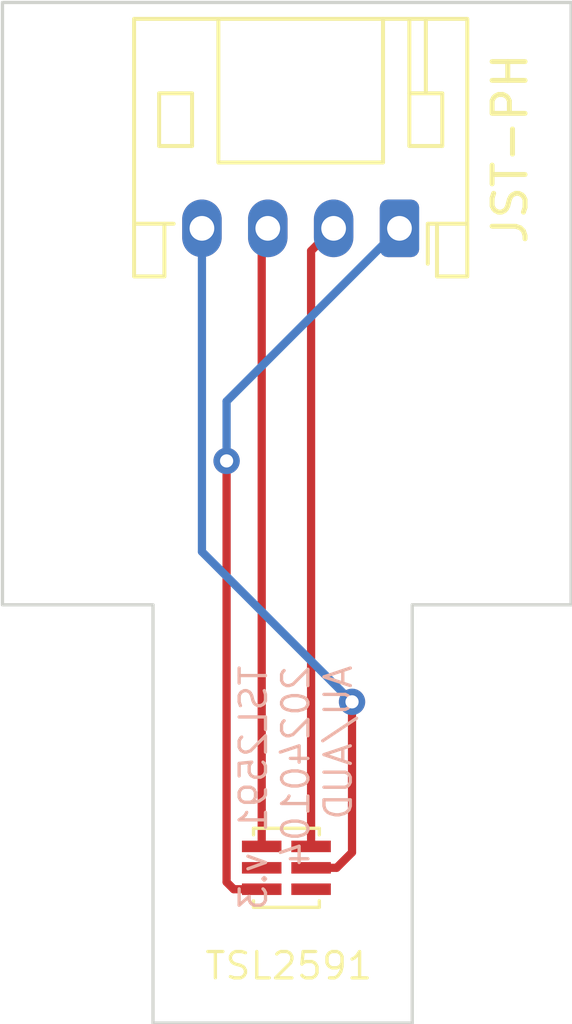
<source format=kicad_pcb>
(kicad_pcb (version 20221018) (generator pcbnew)
  (title_block (title "TSL2591") (date "2023-07-17") (rev "2") (company "AU/AUD"))
  (layers (0 "F.Cu" signal) (31 "B.Cu" signal) (34 "B.Paste" user) (35 "F.Paste" user) (36 "B.SilkS" user "B.Silkscreen") (37 "F.SilkS" user "F.Silkscreen") (38 "B.Mask" user) (39 "F.Mask" user) (44 "Edge.Cuts" user))
  (net 0 "")
  (net 2 "/SCL")
  (net 4 "/GND")
  (net 5 "/VDD")
  (net 6 "/SDA")
  (footprint "projectlib:TSL25911FN" (layer "F.Cu") (at 151.88 97.14)
    (fp_text reference "IC1" hide)
    (fp_text value "TSL25911FN" hide)
    (fp_line (start -1 -1.2) (end 1 -1.2) (stroke (width 0.1)) (layer "F.SilkS"))
    (fp_line (start -1 -1) (end -1 -1.2) (stroke (width 0.1)) (layer "F.SilkS"))
    (fp_line (start -1 1) (end -1 1.2) (stroke (width 0.1)) (layer "F.SilkS"))
    (fp_line (start -1 1.2) (end 1 1.2) (stroke (width 0.1)) (layer "F.SilkS"))
    (fp_line (start 1 -1.2) (end 1 -1) (stroke (width 0.1)) (layer "F.SilkS"))
    (fp_line (start 1 1.2) (end 1 1) (stroke (width 0.1)) (layer "F.SilkS"))
    (pad "1" smd rect (at -0.75 -0.65 90) (size 0.35 1.2) (layers "F.Cu" "F.Paste" "F.Mask") (net 2 "/SCL"))
    (pad "2" smd rect (at -0.75 0 90) (size 0.35 1.2) (layers "F.Cu" "F.Paste" "F.Mask"))
    (pad "3" smd rect (at -0.75 0.65 90) (size 0.35 1.2) (layers "F.Cu" "F.Paste" "F.Mask") (net 4 "/GND"))
    (pad "4" smd rect (at 0.75 0.65 90) (size 0.35 1.2) (layers "F.Cu" "F.Paste" "F.Mask"))
    (pad "5" smd rect (at 0.75 0 90) (size 0.35 1.2) (layers "F.Cu" "F.Paste" "F.Mask") (net 5 "/VDD"))
    (pad "6" smd rect (at 0.75 -0.65 90) (size 0.35 1.2) (layers "F.Cu" "F.Paste" "F.Mask") (net 6 "/SDA"))
  )
  (footprint "Connector_JST:JST_PH_S4B-PH-K_1x04_P2.00mm_Horizontal" (layer "F.Cu") (at 155.3144 77.724 180)
    (fp_text reference "J1" hide)
    (fp_text value "Conn_01x04" hide)
    (fp_line (start -2.06 -1.46) (end -2.06 6.36) (stroke (width 0.12)) (layer "F.SilkS"))
    (fp_line (start -2.06 0.14) (end -1.14 0.14) (stroke (width 0.12)) (layer "F.SilkS"))
    (fp_line (start -2.06 6.36) (end 8.06 6.36) (stroke (width 0.12)) (layer "F.SilkS"))
    (fp_line (start -1.3 2.5) (end -1.3 4.1) (stroke (width 0.12)) (layer "F.SilkS"))
    (fp_line (start -1.3 4.1) (end -0.3 4.1) (stroke (width 0.12)) (layer "F.SilkS"))
    (fp_line (start -1.14 -1.46) (end -2.06 -1.46) (stroke (width 0.12)) (layer "F.SilkS"))
    (fp_line (start -1.14 0.14) (end -1.14 -1.46) (stroke (width 0.12)) (layer "F.SilkS"))
    (fp_line (start -0.86 0.14) (end -1.14 0.14) (stroke (width 0.12)) (layer "F.SilkS"))
    (fp_line (start -0.86 0.14) (end -0.86 -1.075) (stroke (width 0.12)) (layer "F.SilkS"))
    (fp_line (start -0.8 4.1) (end -0.8 6.36) (stroke (width 0.12)) (layer "F.SilkS"))
    (fp_line (start -0.3 2.5) (end -1.3 2.5) (stroke (width 0.12)) (layer "F.SilkS"))
    (fp_line (start -0.3 4.1) (end -0.3 2.5) (stroke (width 0.12)) (layer "F.SilkS"))
    (fp_line (start -0.3 4.1) (end -0.3 6.36) (stroke (width 0.12)) (layer "F.SilkS"))
    (fp_line (start 0.5 2) (end 5.5 2) (stroke (width 0.12)) (layer "F.SilkS"))
    (fp_line (start 0.5 6.36) (end 0.5 2) (stroke (width 0.12)) (layer "F.SilkS"))
    (fp_line (start 5.5 2) (end 5.5 6.36) (stroke (width 0.12)) (layer "F.SilkS"))
    (fp_line (start 6.3 2.5) (end 7.3 2.5) (stroke (width 0.12)) (layer "F.SilkS"))
    (fp_line (start 6.3 4.1) (end 6.3 2.5) (stroke (width 0.12)) (layer "F.SilkS"))
    (fp_line (start 7.14 -1.46) (end 7.14 0.14) (stroke (width 0.12)) (layer "F.SilkS"))
    (fp_line (start 7.14 0.14) (end 6.86 0.14) (stroke (width 0.12)) (layer "F.SilkS"))
    (fp_line (start 7.3 2.5) (end 7.3 4.1) (stroke (width 0.12)) (layer "F.SilkS"))
    (fp_line (start 7.3 4.1) (end 6.3 4.1) (stroke (width 0.12)) (layer "F.SilkS"))
    (fp_line (start 8.06 -1.46) (end 7.14 -1.46) (stroke (width 0.12)) (layer "F.SilkS"))
    (fp_line (start 8.06 0.14) (end 7.14 0.14) (stroke (width 0.12)) (layer "F.SilkS"))
    (fp_line (start 8.06 6.36) (end 8.06 -1.46) (stroke (width 0.12)) (layer "F.SilkS"))
    (pad "1" thru_hole roundrect (at 0 0 180) (size 1.2 1.75) (drill 0.75) (layers "*.Cu" "*.Mask") (roundrect_rratio 0.2083333333) (net 4 "/GND"))
    (pad "2" thru_hole oval (at 2 0 180) (size 1.2 1.75) (drill 0.75) (layers "*.Cu" "*.Mask") (net 6 "/SDA"))
    (pad "3" thru_hole oval (at 4 0 180) (size 1.2 1.75) (drill 0.75) (layers "*.Cu" "*.Mask") (net 2 "/SCL"))
    (pad "4" thru_hole oval (at 6 0 180) (size 1.2 1.75) (drill 0.75) (layers "*.Cu" "*.Mask") (net 5 "/VDD"))
  )
  (gr_line (start 147.828 101.854) (end 147.828 89.154) (stroke (width 0.1)) (layer "Edge.Cuts"))
  (gr_line (start 160.528 89.154) (end 155.702 89.154) (stroke (width 0.1)) (layer "Edge.Cuts"))
  (gr_line (start 143.256 70.866) (end 160.528 70.866) (stroke (width 0.1)) (layer "Edge.Cuts"))
  (gr_line (start 155.702 89.154) (end 155.702 101.854) (stroke (width 0.1)) (layer "Edge.Cuts"))
  (gr_line (start 143.256 89.154) (end 143.256 70.866) (stroke (width 0.1)) (layer "Edge.Cuts"))
  (gr_line (start 160.528 70.866) (end 160.528 89.154) (stroke (width 0.1)) (layer "Edge.Cuts"))
  (gr_line (start 147.828 89.154) (end 143.256 89.154) (stroke (width 0.1)) (layer "Edge.Cuts"))
  (gr_line (start 155.702 101.854) (end 147.828 101.854) (stroke (width 0.1)) (layer "Edge.Cuts"))
  (gr_text "TSL2591 v.3\n20240104\nAU/AUD" (at 153.924 90.932 90) (layer "B.SilkS") (effects (font (size 0.8 0.8) (thickness 0.1) bold) (justify left bottom mirror)))
  (gr_text "TSL2591" (at 149.352 100.584) (layer "F.SilkS") (effects (font (size 0.8 0.8) (thickness 0.1)) (justify left bottom)))
  (gr_text "JST-PH" (at 159.258 78.2828 90) (layer "F.SilkS") (effects (font (size 1 1)) (justify left bottom)))
  (segment (start 151.13 96.49) (end 151.13 77.9084) (width 0.25) (layer "F.Cu") (net 2))
  (segment (start 151.13 77.9084) (end 151.3144 77.724) (width 0.25) (layer "F.Cu") (net 2))
  (segment (start 151.13 97.79) (end 150.28 97.79) (width 0.25) (layer "F.Cu") (net 4))
  (segment (start 150.28 97.79) (end 150.0632 97.5732) (width 0.25) (layer "F.Cu") (net 4))
  (segment (start 150.0632 97.5732) (end 150.0632 84.7852) (width 0.25) (layer "F.Cu") (net 4))
  (via (at 150.0632 84.7852) (size 0.8) (drill 0.4) (layers "F.Cu" "B.Cu") (net 4))
  (segment (start 150.0632 82.9752) (end 155.3144 77.724) (width 0.25) (layer "B.Cu") (net 4))
  (segment (start 150.0632 84.7852) (end 150.0632 82.9752) (width 0.25) (layer "B.Cu") (net 4))
  (segment (start 152.63 97.14) (end 153.405 97.14) (width 0.25) (layer "F.Cu") (net 5))
  (segment (start 153.405 97.14) (end 153.8732 96.6718) (width 0.25) (layer "F.Cu") (net 5))
  (segment (start 153.8732 96.6718) (end 153.8732 92.1004) (width 0.25) (layer "F.Cu") (net 5))
  (via (at 153.8732 92.1004) (size 0.8) (drill 0.4) (layers "F.Cu" "B.Cu") (net 5))
  (segment (start 149.3144 87.5416) (end 149.3144 77.724) (width 0.25) (layer "B.Cu") (net 5))
  (segment (start 153.8732 92.1004) (end 149.3144 87.5416) (width 0.25) (layer "B.Cu") (net 5))
  (segment (start 152.63 78.4084) (end 153.3144 77.724) (width 0.25) (layer "F.Cu") (net 6))
  (segment (start 152.63 96.49) (end 152.63 78.4084) (width 0.25) (layer "F.Cu") (net 6))
)
</source>
